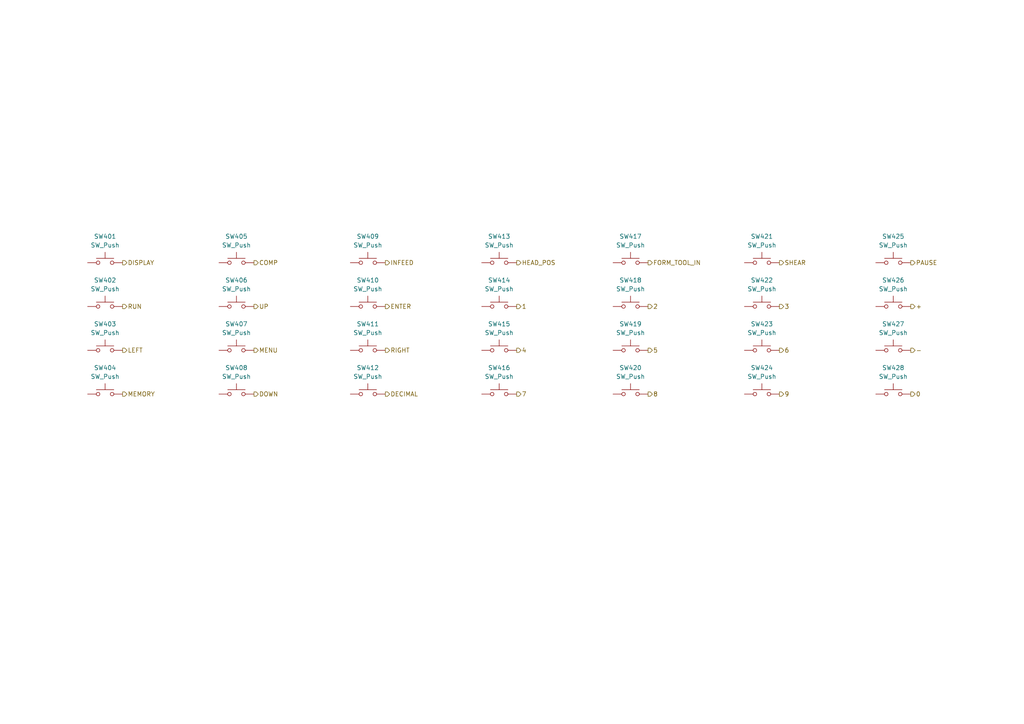
<source format=kicad_sch>
(kicad_sch (version 20231120) (generator "eeschema") (generator_version "8.0")
  (paper "A4")
  (title_block (title "MEP MAXI 85V-1 REV 2 Keypad") (date "2025-02-01") (rev "X1") (company "McMillan Enterprises") (comment 1 "Firmware: John Gilcreast (johngilcreast@gmail.com)") (comment 2 "Hardware: Connor McMillan (connor@mcmillan.website)"))
  (lib_symbols
    (symbol "Switch:SW_Push" (pin_numbers hide) (pin_names (offset 1.016) hide)
      (property "Reference" "SW" (at 1.27 2.54 0))
      (property "Value" "SW_Push" (at 0 -1.524 0))
      (symbol "SW_Push_0_1"
        (circle (center -2.032 0) (radius 0.508))
        (polyline (pts (xy 0 1.27) (xy 0 3.048)))
        (polyline (pts (xy 2.54 1.27) (xy -2.54 1.27)))
        (circle (center 2.032 0) (radius 0.508))
        (pin passive line (at -5.08 0 0) (length 2.54) (name "1") (number "1"))
        (pin passive line (at 5.08 0 180) (length 2.54) (name "2") (number "2"))
      )
    )
  )
  (polyline (pts (xy 270.0436 179.3539) (xy 269.2571 179.3539) (xy 269.1715 179.7819) (xy 269.8724 179.7819) (xy 269.8385 179.9512) (xy 269.1376 179.9512) (xy 269.048 180.4012) (xy 269.8624 180.4012) (xy 269.8286 180.5744) (xy 268.8151 180.5744) (xy 269.0938 179.1806) (xy 270.0775 179.1806) (xy 270.0436 179.3539)) (stroke (width -0.0001) (type solid)) (fill (type outline)))
  (polyline (pts (xy 257.2681 176.7024) (xy 259.597 173.7128) (xy 260.3155 173.7128) (xy 259.4174 178.2036) (xy 258.6283 178.2036) (xy 259.212 175.2589) (xy 257.2938 177.6904) (xy 256.9217 177.6904) (xy 255.8952 175.2012) (xy 255.2985 178.2036) (xy 254.503 178.2036) (xy 255.4012 173.7128) (xy 256.0813 173.7128) (xy 257.2681 176.7024)) (stroke (width -0.0001) (type solid)) (fill (type outline)))
  (polyline (pts (xy 251.2644 171.4491) (xy 246.4087 177.6365) (xy 245.9921 177.6365) (xy 244.8428 174.8492) (xy 244.1746 178.2114) (xy 243.2835 178.2114) (xy 244.2896 173.1824) (xy 245.0511 173.1824) (xy 246.2097 176.1015) (xy 246.38 176.53) (xy 248.9939 173.1824) (xy 249.8614 172.0713) (xy 251.208 171.0938) (xy 251.2644 171.4491)) (stroke (width -0.0001) (type solid)) (fill (type outline)))
  (polyline (pts (xy 252.4531 180.2538) (xy 252.6661 179.1806) (xy 252.8652 179.1806) (xy 252.5865 180.5744) (xy 252.4232 180.5744) (xy 251.7999 179.5012) (xy 251.5868 180.5744) (xy 251.3878 180.5744) (xy 251.6665 179.1806) (xy 251.8298 179.1806) (xy 252.4531 180.2538)) (stroke (width -0.0001) (type solid)) (fill (type outline)))
  (polyline (pts (xy 257.1872 179.3539) (xy 256.4007 179.3539) (xy 256.3151 179.7819) (xy 257.016 179.7819) (xy 256.9821 179.9512) (xy 256.2812 179.9512) (xy 256.1916 180.4012) (xy 257.006 180.4012) (xy 256.9722 180.5744) (xy 255.9587 180.5744) (xy 256.2374 179.1806) (xy 257.2211 179.1806) (xy 257.1872 179.3539)) (stroke (width -0.0001) (type solid)) (fill (type outline)))
  (polyline (pts (xy 267.4169 173.7128) (xy 268.2509 173.7128) (xy 267.4939 177.498) (xy 269.842 177.498) (xy 269.7008 178.2036) (xy 266.5187 178.2036) (xy 267.4169 173.7128) (xy 267.4169 173.7128)) (stroke (width -0.0001) (type solid)) (fill (type outline)))
  (polyline (pts (xy 246.38 176.53) (xy 248.9882 173.1824) (xy 248.9939 173.1824) (xy 246.38 176.53)) (stroke (width -0.0001) (type solid)) (fill (type outline)))
  (polyline (pts (xy 261.5278 173.7128) (xy 262.3618 173.7128) (xy 261.4636 178.2036) (xy 260.6295 178.2036) (xy 261.5278 173.7128) (xy 261.5278 173.7128)) (stroke (width -0.0001) (type solid)) (fill (type outline)))
  (polyline (pts (xy 248.787 178.2114) (xy 247.9034 178.2114) (xy 248.3899 175.7566) (xy 249.5817 174.238) (xy 248.787 178.2114)) (stroke (width -0.0001) (type solid)) (fill (type outline)))
  (polyline (pts (xy 265.3755 180.5744) (xy 265.1763 180.5744) (xy 265.4551 179.1806) (xy 265.6542 179.1806) (xy 265.3755 180.5744)) (stroke (width -0.0001) (type solid)) (fill (type outline)))
  (polyline (pts (xy 252.8431 173.6517) (xy 252.982 173.6609) (xy 253.117 173.6761) (xy 253.2478 173.6973) (xy 253.3742 173.7245) (xy 253.496 173.7576) (xy 253.6129 173.7964) (xy 253.7246 173.8411) (xy 253.8311 173.8914) (xy 253.932 173.9475) (xy 254.0271 174.0091) (xy 254.1161 174.0762) (xy 254.1989 174.1489) (xy 254.2751 174.227) (xy 254.3446 174.3104) (xy 254.4071 174.3992) (xy 253.8041 174.9061) (xy 253.7567 174.8441) (xy 253.706 174.7858) (xy 253.652 174.7312) (xy 253.6237 174.7054) (xy 253.5946 174.6804) (xy 253.5647 174.6564) (xy 253.5339 174.6334) (xy 253.5023 174.6113) (xy 253.4699 174.5902) (xy 253.4366 174.57) (xy 253.4025 174.5509) (xy 253.3675 174.5327) (xy 253.3317 174.5155) (xy 253.2575 174.4841) (xy 253.18 174.4568) (xy 253.099 174.4335) (xy 253.0146 174.4143) (xy 252.9268 174.3994) (xy 252.8356 174.3886) (xy 252.7409 174.3821) (xy 252.6428 174.38) (xy 252.5364 174.3825) (xy 252.4326 174.3899) (xy 252.3314 174.4022) (xy 252.2329 174.4192) (xy 252.1371 174.4408) (xy 252.0441 174.4668) (xy 251.9539 174.4972) (xy 251.8666 174.5317) (xy 251.7823 174.5704) (xy 251.7009 174.613) (xy 251.6226 174.6594) (xy 251.5474 174.7095) (xy 251.4754 174.7632) (xy 251.4066 174.8203) (xy 251.341 174.8808) (xy 251.2787 174.9445) (xy 251.2198 175.0113) (xy 251.1643 175.0811) (xy 251.1123 175.1536) (xy 251.0638 175.2289) (xy 251.0189 175.3068) (xy 250.9776 175.3871) (xy 250.94 175.4697) (xy 250.9061 175.5546) (xy 250.876 175.6416) (xy 250.8498 175.7305) (xy 250.8274 175.8212) (xy 250.809 175.9137) (xy 250.7946 176.0078) (xy 250.7842 176.1033) (xy 250.778 176.2001) (xy 250.7759 176.2982) (xy 250.7773 176.3672) (xy 250.7816 176.4348) (xy 250.7887 176.5007) (xy 250.7986 176.5651) (xy 250.8114 176.6278) (xy 250.8269 176.6888) (xy 250.8453 176.7481) (xy 250.8664 176.8057) (xy 250.8903 176.8614) (xy 250.917 176.9152) (xy 250.9464 176.9671) (xy 250.9785 177.0171) (xy 251.0134 177.065) (xy 251.051 177.1109) (xy 251.0913 177.1547) (xy 251.1343 177.1964) (xy 251.18 177.2359) (xy 251.2284 177.2732) (xy 251.2795 177.3082) (xy 251.3332 177.3409) (xy 251.3895 177.3712) (xy 251.4485 177.3992) (xy 251.5101 177.4247) (xy 251.5743 177.4477) (xy 251.6411 177.4681) (xy 251.7105 177.486) (xy 251.7825 177.5012) (xy 251.8571 177.5138) (xy 251.9342 177.5236) (xy 252.0139 177.5307) (xy 252.0962 177.535) (xy 252.1809 177.5365) (xy 252.274 177.5345) (xy 252.3655 177.5286) (xy 252.4554 177.5188) (xy 252.5437 177.5049) (xy 252.6303 177.487) (xy 252.7151 177.4651) (xy 252.7982 177.4391) (xy 252.8794 177.4089) (xy 252.9588 177.3747) (xy 253.0362 177.3363) (xy 253.1116 177.2937) (xy 253.185 177.2468) (xy 253.2564 177.1958) (xy 253.3256 177.1404) (xy 253.3927 177.0808) (xy 253.4576 177.0168) (xy 253.9451 177.5428) (xy 253.8609 177.6334) (xy 253.7718 177.7177) (xy 253.6782 177.7956) (xy 253.5801 177.8672) (xy 253.4777 177.9327) (xy 253.3711 177.9921) (xy 253.2607 178.0455) (xy 253.1464 178.093) (xy 253.0286 178.1346) (xy 252.9073 178.1704) (xy 252.7827 178.2005) (xy 252.655 178.2249) (xy 252.5244 178.2438) (xy 252.3911 178.2572) (xy 252.2551 178.2652) (xy 252.1167 178.2678) (xy 251.9902 178.2655) (xy 251.867 178.2588) (xy 251.7472 178.2475) (xy 251.6307 178.232) (xy 251.5176 178.2121) (xy 251.408 178.1881) (xy 251.3019 178.16) (xy 251.1994 178.1278) (xy 251.1005 178.0916) (xy 251.0053 178.0516) (xy 250.9138 178.0078) (xy 250.826 177.9603) (xy 250.7421 177.9091) (xy 250.662 177.8544) (xy 250.5859 177.7961) (xy 250.5136 177.7345) (xy 250.4454 177.6696) (xy 250.3813 177.6014) (xy 250.3212 177.53) (xy 250.2653 177.4555) (xy 250.2136 177.378) (xy 250.1661 177.2976) (xy 250.123 177.2144) (xy 250.0841 177.1283) (xy 250.0497 177.0396) (xy 250.0197 176.9482) (xy 249.9941 176.8543) (xy 249.9731 176.758) (xy 249.9567 176.6592) (xy 249.9449 176.5582) (xy 249.9378 176.4549) (xy 249.9355 176.3495) (xy 249.9387 176.208) (xy 249.9482 176.0686) (xy 249.964 175.9316) (xy 249.9859 175.7969) (xy 250.0138 175.6649) (xy 250.0477 175.5357) (xy 250.0874 175.4093) (xy 250.1329 175.2861) (xy 250.1841 175.166) (xy 250.2408 175.0494) (xy 250.303 174.9362) (xy 250.3705 174.8268) (xy 250.4434 174.7212) (xy 250.5214 174.6195) (xy 250.6044 174.5221) (xy 250.6925 174.4289) (xy 250.7854 174.3402) (xy 250.8832 174.2561) (xy 250.9856 174.1767) (xy 251.0926 174.1023) (xy 251.2042 174.0329) (xy 251.3201 173.9688) (xy 251.4404 173.91) (xy 251.5648 173.8568) (xy 251.6934 173.8093) (xy 251.826 173.7676) (xy 251.9625 173.7319) (xy 252.1028 173.7023) (xy 252.2469 173.679) (xy 252.3946 173.6622) (xy 252.5459 173.652) (xy 252.7006 173.6486) (xy 252.8431 173.6517)) (stroke (width -0.0001) (type solid)) (fill (type outline)))
  (polyline (pts (xy 250.3896 179.3539) (xy 249.603 179.3539) (xy 249.5174 179.7819) (xy 250.2183 179.7819) (xy 250.1845 179.9512) (xy 249.4836 179.9512) (xy 249.394 180.4012) (xy 250.2083 180.4012) (xy 250.1745 180.5744) (xy 249.161 180.5744) (xy 249.4398 179.1806) (xy 250.4234 179.1806) (xy 250.3896 179.3539)) (stroke (width -0.0001) (type solid)) (fill (type outline)))
  (polyline (pts (xy 274.6214 178.2036) (xy 273.7938 178.2036) (xy 273.5564 177.1643) (xy 271.2981 177.1643) (xy 270.6502 178.2036) (xy 269.7584 178.2036) (xy 270.8593 176.5099) (xy 271.7087 176.5099) (xy 273.4024 176.5099) (xy 272.9469 174.5339) (xy 271.7087 176.5099) (xy 270.8593 176.5099) (xy 272.6775 173.7128) (xy 273.5051 173.7128) (xy 274.6214 178.2036)) (stroke (width -0.0001) (type solid)) (fill (type outline)))
  (polyline (pts (xy 263.5742 173.7128) (xy 264.4081 173.7128) (xy 263.6511 177.498) (xy 265.9992 177.498) (xy 265.8581 178.2036) (xy 262.6759 178.2036) (xy 263.5742 173.7128) (xy 263.5742 173.7128)) (stroke (width -0.0001) (type solid)) (fill (type outline)))
  (polyline (pts (xy 263.6941 179.1824) (xy 263.7503 179.1876) (xy 263.8032 179.1961) (xy 263.8525 179.208) (xy 263.8759 179.2152) (xy 263.8984 179.2232) (xy 263.9199 179.2319) (xy 263.9406 179.2415) (xy 263.9603 179.2519) (xy 263.9791 179.263) (xy 263.9969 179.275) (xy 264.0138 179.2876) (xy 264.0298 179.3011) (xy 264.0448 179.3153) (xy 264.0588 179.3302) (xy 264.0718 179.3459) (xy 264.0838 179.3623) (xy 264.0949 179.3794) (xy 264.1049 179.3973) (xy 264.1139 179.4158) (xy 264.1219 179.4351) (xy 264.1288 179.455) (xy 264.1347 179.4756) (xy 264.1396 179.497) (xy 264.1434 179.5189) (xy 264.1461 179.5416) (xy 264.1477 179.5649) (xy 264.1483 179.5888) (xy 264.1464 179.6397) (xy 264.1442 179.6643) (xy 264.1411 179.6883) (xy 264.1371 179.7119) (xy 264.1322 179.7348) (xy 264.1265 179.7573) (xy 264.1199 179.7791) (xy 264.1125 179.8004) (xy 264.1042 179.8211) (xy 264.0951 179.8412) (xy 264.0852 179.8608) (xy 264.0745 179.8798) (xy 264.0631 179.8981) (xy 264.0508 179.9159) (xy 264.0377 179.933) (xy 264.0239 179.9496) (xy 264.0093 179.9655) (xy 263.994 179.9808) (xy 263.9779 179.9955) (xy 263.9611 180.0095) (xy 263.9435 180.0229) (xy 263.9253 180.0356) (xy 263.9063 180.0477) (xy 263.8663 180.07) (xy 263.8235 180.0895) (xy 263.7781 180.1063) (xy 263.7301 180.1204) (xy 263.9849 180.5744) (xy 263.7739 180.5744) (xy 263.531 180.1483) (xy 263.1208 180.1483) (xy 263.0372 180.5744) (xy 262.8361 180.5744) (xy 262.9552 179.979) (xy 263.1547 179.979) (xy 263.4991 179.979) (xy 263.5511 179.9775) (xy 263.6002 179.9731) (xy 263.6464 179.9657) (xy 263.6896 179.9553) (xy 263.71 179.949) (xy 263.7297 179.942) (xy 263.7485 179.9343) (xy 263.7666 179.9258) (xy 263.7839 179.9166) (xy 263.8004 179.9067) (xy 263.8161 179.8961) (xy 263.8309 179.8847) (xy 263.8449 179.8726) (xy 263.8581 179.8599) (xy 263.8704 179.8464) (xy 263.8818 179.8321) (xy 263.8924 179.8172) (xy 263.9021 179.8016) (xy 263.9109 179.7853) (xy 263.9188 179.7682) (xy 263.9259 179.7505) (xy 263.932 179.732) (xy 263.9372 179.7129) (xy 263.9415 179.693) (xy 263.9448 179.6725) (xy 263.9472 179.6513) (xy 263.9486 179.6293) (xy 263.9491 179.6067) (xy 263.9488 179.5913) (xy 263.9477 179.5763) (xy 263.946 179.5618) (xy 263.9436 179.5478) (xy 263.9405 179.5343) (xy 263.9367 179.5213) (xy 263.9322 179.5087) (xy 263.9271 179.4967) (xy 263.9213 179.4851) (xy 263.9149 179.474) (xy 263.9078 179.4633) (xy 263.9001 179.4532) (xy 263.8917 179.4436) (xy 263.8827 179.4344) (xy 263.873 179.4258) (xy 263.8628 179.4176) (xy 263.8519 179.4099) (xy 263.8403 179.4027) (xy 263.8282 179.396) (xy 263.8154 179.3898) (xy 263.8021 179.3841) (xy 263.7881 179.3788) (xy 263.7736 179.3741) (xy 263.7584 179.3699) (xy 263.7427 179.3661) (xy 263.7264 179.3629) (xy 263.7095 179.3601) (xy 263.692 179.3579) (xy 263.674 179.3561) (xy 263.6554 179.3549) (xy 263.6363 179.3541) (xy 263.6166 179.3539) (xy 263.2801 179.3539) (xy 263.1547 179.979) (xy 262.9552 179.979) (xy 263.1148 179.1806) (xy 263.6345 179.1806) (xy 263.6941 179.1824)) (stroke (width -0.0001) (type solid)) (fill (type outline)))
  (polyline (pts (xy 261.3814 179.1824) (xy 261.4373 179.1876) (xy 261.4899 179.1961) (xy 261.539 179.208) (xy 261.5623 179.2152) (xy 261.5846 179.2232) (xy 261.6061 179.2319) (xy 261.6267 179.2415) (xy 261.6463 179.2519) (xy 261.665 179.263) (xy 261.6828 179.275) (xy 261.6997 179.2876) (xy 261.7156 179.3011) (xy 261.7305 179.3153) (xy 261.7445 179.3302) (xy 261.7575 179.3459) (xy 261.7695 179.3623) (xy 261.7805 179.3794) (xy 261.7905 179.3973) (xy 261.7995 179.4158) (xy 261.8075 179.4351) (xy 261.8144 179.455) (xy 261.8203 179.4756) (xy 261.8251 179.497) (xy 261.8289 179.5189) (xy 261.8316 179.5416) (xy 261.8333 179.5649) (xy 261.8338 179.5888) (xy 261.8331 179.6218) (xy 261.8309 179.6539) (xy 261.8273 179.6851) (xy 261.8223 179.7154) (xy 261.8158 179.7447) (xy 261.808 179.7732) (xy 261.7989 179.8007) (xy 261.7883 179.8272) (xy 261.7765 179.8528) (xy 261.7634 179.8774) (xy 261.7489 179.9011) (xy 261.7332 179.9237) (xy 261.7163 179.9454) (xy 261.6981 179.966) (xy 261.6787 179.9856) (xy 261.6581 180.0042) (xy 261.6364 180.0217) (xy 261.6134 180.0382) (xy 261.5893 180.0536) (xy 261.5642 180.068) (xy 261.5378 180.0812) (xy 261.5105 180.0934) (xy 261.482 180.1044) (xy 261.4525 180.1144) (xy 261.4219 180.1232) (xy 261.3904 180.1308) (xy 261.3578 180.1373) (xy 261.3243 180.1427) (xy 261.2898 180.1469) (xy 261.2544 180.1499) (xy 261.218 180.1517) (xy 261.1808 180.1523) (xy 260.8084 180.1523) (xy 260.7247 180.5744) (xy 260.5257 180.5744) (xy 260.6448 179.979) (xy 260.8443 179.979) (xy 261.1847 179.979) (xy 261.2367 179.9775) (xy 261.2858 179.9731) (xy 261.332 179.9657) (xy 261.3752 179.9553) (xy 261.3956 179.949) (xy 261.4153 179.942) (xy 261.4342 179.9343) (xy 261.4523 179.9258) (xy 261.4696 179.9166) (xy 261.486 179.9067) (xy 261.5017 179.8961) (xy 261.5165 179.8847) (xy 261.5305 179.8726) (xy 261.5437 179.8599) (xy 261.556 179.8464) (xy 261.5675 179.8321) (xy 261.578 179.8172) (xy 261.5877 179.8016) (xy 261.5966 179.7853) (xy 261.6045 179.7682) (xy 261.6115 179.7505) (xy 261.6176 179.732) (xy 261.6228 179.7129) (xy 261.6271 179.693) (xy 261.6304 179.6725) (xy 261.6328 179.6513) (xy 261.6343 179.6293) (xy 261.6348 179.6067) (xy 261.6344 179.5913) (xy 261.6334 179.5763) (xy 261.6316 179.5618) (xy 261.6292 179.5478) (xy 261.6261 179.5343) (xy 261.6223 179.5213) (xy 261.6179 179.5087) (xy 261.6128 179.4967) (xy 261.607 179.4851) (xy 261.6006 179.474) (xy 261.5935 179.4633) (xy 261.5858 179.4532) (xy 261.5775 179.4436) (xy 261.5685 179.4344) (xy 261.5589 179.4258) (xy 261.5486 179.4176) (xy 261.5378 179.4099) (xy 261.5263 179.4027) (xy 261.5142 179.396) (xy 261.5015 179.3898) (xy 261.4883 179.3841) (xy 261.4744 179.3788) (xy 261.4599 179.3741) (xy 261.4449 179.3699) (xy 261.4293 179.3661) (xy 261.4131 179.3629) (xy 261.3963 179.3601) (xy 261.379 179.3579) (xy 261.3611 179.3561) (xy 261.3427 179.3549) (xy 261.3238 179.3541) (xy 261.3042 179.3539) (xy 260.9697 179.3539) (xy 260.8443 179.979) (xy 260.6448 179.979) (xy 260.8044 179.1806) (xy 261.3221 179.1806) (xy 261.3814 179.1824)) (stroke (width -0.0001) (type solid)) (fill (type outline)))
  (polyline (pts (xy 259.0434 179.1824) (xy 259.0997 179.1876) (xy 259.1525 179.1961) (xy 259.2019 179.208) (xy 259.2252 179.2152) (xy 259.2477 179.2232) (xy 259.2693 179.2319) (xy 259.2899 179.2415) (xy 259.3096 179.2519) (xy 259.3284 179.263) (xy 259.3463 179.275) (xy 259.3632 179.2876) (xy 259.3791 179.3011) (xy 259.3941 179.3153) (xy 259.4081 179.3302) (xy 259.4212 179.3459) (xy 259.4332 179.3623) (xy 259.4442 179.3794) (xy 259.4542 179.3973) (xy 259.4633 179.4158) (xy 259.4712 179.4351) (xy 259.4782 179.455) (xy 259.4841 179.4756) (xy 259.4889 179.497) (xy 259.4927 179.5189) (xy 259.4954 179.5416) (xy 259.4971 179.5649) (xy 259.4976 179.5888) (xy 259.4958 179.6397) (xy 259.4935 179.6643) (xy 259.4904 179.6883) (xy 259.4864 179.7119) (xy 259.4815 179.7348) (xy 259.4758 179.7573) (xy 259.4692 179.7791) (xy 259.4618 179.8004) (xy 259.4536 179.8211) (xy 259.4445 179.8412) (xy 259.4346 179.8608) (xy 259.4239 179.8798) (xy 259.4124 179.8981) (xy 259.4001 179.9159) (xy 259.3871 179.933) (xy 259.3733 179.9496) (xy 259.3587 179.9655) (xy 259.3433 179.9808) (xy 259.3272 179.9955) (xy 259.3104 180.0095) (xy 259.2929 180.0229) (xy 259.2746 180.0356) (xy 259.2556 180.0477) (xy 259.2156 180.07) (xy 259.1729 180.0895) (xy 259.1274 180.1063) (xy 259.0794 180.1204) (xy 259.3343 180.5744) (xy 259.1233 180.5744) (xy 258.8804 180.1483) (xy 258.4701 180.1483) (xy 258.3865 180.5744) (xy 258.1854 180.5744) (xy 258.3045 179.979) (xy 258.504 179.979) (xy 258.8485 179.979) (xy 258.9005 179.9775) (xy 258.9496 179.9731) (xy 258.9957 179.9657) (xy 259.0389 179.9553) (xy 259.0594 179.949) (xy 259.079 179.942) (xy 259.0979 179.9343) (xy 259.116 179.9258) (xy 259.1333 179.9166) (xy 259.1498 179.9067) (xy 259.1654 179.8961) (xy 259.1803 179.8847) (xy 259.1943 179.8726) (xy 259.2074 179.8599) (xy 259.2197 179.8464) (xy 259.2312 179.8321) (xy 259.2417 179.8172) (xy 259.2515 179.8016) (xy 259.2603 179.7853) (xy 259.2682 179.7682) (xy 259.2752 179.7505) (xy 259.2813 179.732) (xy 259.2865 179.7129) (xy 259.2908 179.693) (xy 259.2942 179.6725) (xy 259.2965 179.6513) (xy 259.298 179.6293) (xy 259.2985 179.6067) (xy 259.2981 179.5913) (xy 259.2971 179.5763) (xy 259.2953 179.5618) (xy 259.2929 179.5478) (xy 259.2898 179.5343) (xy 259.286 179.5213) (xy 259.2816 179.5087) (xy 259.2765 179.4967) (xy 259.2707 179.4851) (xy 259.2643 179.474) (xy 259.2572 179.4633) (xy 259.2494 179.4532) (xy 259.2411 179.4436) (xy 259.232 179.4344) (xy 259.2224 179.4258) (xy 259.2121 179.4176) (xy 259.2012 179.4099) (xy 259.1897 179.4027) (xy 259.1775 179.396) (xy 259.1648 179.3898) (xy 259.1514 179.3841) (xy 259.1375 179.3788) (xy 259.1229 179.3741) (xy 259.1078 179.3699) (xy 259.0921 179.3661) (xy 259.0757 179.3629) (xy 259.0589 179.3601) (xy 259.0414 179.3579) (xy 259.0234 179.3561) (xy 259.0048 179.3549) (xy 258.9856 179.3541) (xy 258.9659 179.3539) (xy 258.6294 179.3539) (xy 258.504 179.979) (xy 258.3045 179.979) (xy 258.4642 179.1806) (xy 258.9838 179.1806) (xy 259.0434 179.1824)) (stroke (width -0.0001) (type solid)) (fill (type outline)))
  (polyline (pts (xy 267.407 179.1652) (xy 267.4387 179.1666) (xy 267.4702 179.169) (xy 267.5012 179.1724) (xy 267.5319 179.1767) (xy 267.562 179.1819) (xy 267.5916 179.188) (xy 267.6206 179.1951) (xy 267.6489 179.203) (xy 267.6765 179.2118) (xy 267.7032 179.2214) (xy 267.7291 179.2319) (xy 267.7541 179.2432) (xy 267.7781 179.2554) (xy 267.8011 179.2684) (xy 267.8229 179.2822) (xy 267.7433 179.4454) (xy 267.7235 179.432) (xy 267.7031 179.4195) (xy 267.682 179.4078) (xy 267.6604 179.3969) (xy 267.6381 179.3869) (xy 267.6154 179.3778) (xy 267.5921 179.3695) (xy 267.5683 179.3621) (xy 267.5441 179.3555) (xy 267.5195 179.3498) (xy 267.4945 179.345) (xy 267.4692 179.341) (xy 267.4435 179.3379) (xy 267.4176 179.3357) (xy 267.3914 179.3344) (xy 267.365 179.334) (xy 267.323 179.3351) (xy 267.2831 179.3384) (xy 267.2454 179.3439) (xy 267.2099 179.3515) (xy 267.1767 179.3611) (xy 267.1459 179.3726) (xy 267.1176 179.386) (xy 267.0919 179.4011) (xy 267.0689 179.418) (xy 267.0585 179.4271) (xy 267.0487 179.4366) (xy 267.0397 179.4465) (xy 267.0313 179.4567) (xy 267.0238 179.4674) (xy 267.0169 179.4784) (xy 267.0109 179.4898) (xy 267.0056 179.5015) (xy 267.001 179.5136) (xy 266.9973 179.526) (xy 266.9944 179.5387) (xy 266.9923 179.5518) (xy 266.9911 179.5652) (xy 266.9906 179.5788) (xy 266.9927 179.605) (xy 266.9987 179.6289) (xy 267.0083 179.6506) (xy 267.0214 179.6703) (xy 267.0375 179.6882) (xy 267.0566 179.7045) (xy 267.0783 179.7193) (xy 267.1023 179.7329) (xy 267.1285 179.7454) (xy 267.1564 179.757) (xy 267.2168 179.7783) (xy 267.3481 179.8183) (xy 267.4147 179.8398) (xy 267.4793 179.8644) (xy 267.5101 179.8782) (xy 267.5397 179.8934) (xy 267.5676 179.91) (xy 267.5938 179.9283) (xy 267.6178 179.9484) (xy 267.6395 179.9706) (xy 267.6586 179.995) (xy 267.6748 180.0217) (xy 267.6878 180.0511) (xy 267.6974 180.0831) (xy 267.7034 180.1182) (xy 267.7055 180.1563) (xy 267.7048 180.1814) (xy 267.7027 180.2058) (xy 267.6992 180.2296) (xy 267.6944 180.2527) (xy 267.6882 180.2751) (xy 267.6808 180.2969) (xy 267.6721 180.318) (xy 267.6621 180.3384) (xy 267.6509 180.358) (xy 267.6386 180.377) (xy 267.625 180.3952) (xy 267.6103 180.4126) (xy 267.5945 180.4294) (xy 267.5777 180.4453) (xy 267.5597 180.4605) (xy 267.5407 180.4749) (xy 267.5207 180.4885) (xy 267.4997 180.5013) (xy 267.4777 180.5133) (xy 267.4548 180.5244) (xy 267.431 180.5348) (xy 267.4063 180.5443) (xy 267.3807 180.5529) (xy 267.3543 180.5606) (xy 267.3271 180.5675) (xy 267.2991 180.5735) (xy 267.2704 180.5786) (xy 267.2409 180.5828) (xy 267.2107 180.5861) (xy 267.1798 180.5885) (xy 267.1482 180.5899) (xy 267.1161 180.5904) (xy 267.0762 180.5895) (xy 267.0366 180.587) (xy 266.9975 180.583) (xy 266.959 180.5774) (xy 266.9211 180.5704) (xy 266.8842 180.562) (xy 266.8482 180.5524) (xy 266.8134 180.5416) (xy 266.7799 180.5297) (xy 266.7479 180.5167) (xy 266.7175 180.5027) (xy 266.6888 180.4879) (xy 266.662 180.4722) (xy 266.6372 180.4558) (xy 266.6146 180.4388) (xy 266.5944 180.4211) (xy 266.682 180.2618) (xy 266.7025 180.2797) (xy 266.7246 180.2967) (xy 266.7481 180.3127) (xy 266.7728 180.3279) (xy 266.7987 180.342) (xy 266.8257 180.3551) (xy 266.8537 180.3671) (xy 266.8826 180.3781) (xy 266.9123 180.3878) (xy 266.9427 180.3964) (xy 266.9737 180.4038) (xy 267.0051 180.4099) (xy 267.037 180.4148) (xy 267.0692 180.4183) (xy 267.1015 180.4204) (xy 267.134 180.4211) (xy 267.1753 180.4201) (xy 267.2147 180.4171) (xy 267.2523 180.4122) (xy 267.2877 180.4054) (xy 267.321 180.3966) (xy 267.3519 180.386) (xy 267.3805 180.3736) (xy 267.4065 180.3594) (xy 267.4299 180.3434) (xy 267.4406 180.3347) (xy 267.4506 180.3256) (xy 267.4598 180.3161) (xy 267.4683 180.3062) (xy 267.4761 180.2958) (xy 267.4831 180.285) (xy 267.4894 180.2738) (xy 267.4948 180.2622) (xy 267.4995 180.2502) (xy 267.5034 180.2378) (xy 267.5064 180.225) (xy 267.5085 180.2117) (xy 267.5099 180.1981) (xy 267.5103 180.1841) (xy 267.5082 180.1581) (xy 267.5023 180.1345) (xy 267.4926 180.1131) (xy 267.4796 180.0937) (xy 267.4634 180.0762) (xy 267.4443 180.0602) (xy 267.4227 180.0457) (xy 267.3986 180.0324) (xy 267.3725 180.0203) (xy 267.3445 180.0089) (xy 267.2841 179.9881) (xy 267.1529 179.9487) (xy 267.0863 179.927) (xy 267.0217 179.902) (xy 266.9908 179.8877) (xy 266.9613 179.8721) (xy 266.9333 179.8548) (xy 266.9072 179.8358) (xy 266.8832 179.8148) (xy 266.8615 179.7917) (xy 266.8424 179.7662) (xy 266.8262 179.7381) (xy 266.8132 179.7073) (xy 266.8036 179.6736) (xy 266.7976 179.6368) (xy 266.7955 179.5967) (xy 266.7962 179.572) (xy 266.7983 179.5479) (xy 266.8017 179.5244) (xy 266.8065 179.5016) (xy 266.8125 179.4793) (xy 266.8198 179.4578) (xy 266.8284 179.4369) (xy 266.8382 179.4167) (xy 266.8492 179.3971) (xy 266.8613 179.3783) (xy 266.8746 179.3602) (xy 266.8891 179.3428) (xy 266.9046 179.3261) (xy 266.9212 179.3102) (xy 266.9389 179.295) (xy 266.9575 179.2806) (xy 266.9772 179.267) (xy 266.9979 179.2542) (xy 267.0195 179.2422) (xy 267.042 179.231) (xy 267.0654 179.2207) (xy 267.0897 179.2111) (xy 267.1148 179.2025) (xy 267.1408 179.1947) (xy 267.1675 179.1877) (xy 267.195 179.1817) (xy 267.2233 179.1765) (xy 267.2523 179.1723) (xy 267.282 179.169) (xy 267.3123 179.1666) (xy 267.3433 179.1651) (xy 267.375 179.1647) (xy 267.407 179.1652)) (stroke (width -0.0001) (type solid)) (fill (type outline)))
  (polyline (pts (xy 255.092 179.3539) (xy 254.6161 179.3539) (xy 254.3712 180.5744) (xy 254.1741 180.5744) (xy 254.417 179.3539) (xy 253.9411 179.3539) (xy 253.975 179.1806) (xy 255.1279 179.1806) (xy 255.092 179.3539)) (stroke (width -0.0001) (type solid)) (fill (type outline)))
  (polyline (pts (xy 252.201 168.6966) (xy 254.0537 167.3518) (xy 252.7088 169.2045) (xy 254.9699 169.5636) (xy 252.7088 169.9227) (xy 254.0537 171.7755) (xy 252.201 170.4306) (xy 251.8419 172.6916) (xy 251.4828 170.4306) (xy 249.63 171.7755) (xy 250.9749 169.9227) (xy 248.7139 169.5636) (xy 250.9749 169.2045) (xy 249.63 167.3518) (xy 251.4828 168.6966) (xy 251.8419 166.4356) (xy 252.201 168.6966)) (stroke (width -0.0001) (type solid)) (fill (type outline)))
  (polyline (pts (xy 246.38 176.53) (xy 248.9882 173.1824) (xy 248.9939 173.1824) (xy 246.38 176.53)) (stroke (width -0.0001) (type solid)) (fill (type outline)))
  (polyline (pts (xy 271.7628 179.1652) (xy 271.7946 179.1666) (xy 271.826 179.169) (xy 271.8571 179.1724) (xy 271.8877 179.1767) (xy 271.9179 179.1819) (xy 271.9475 179.188) (xy 271.9764 179.1951) (xy 272.0047 179.203) (xy 272.0323 179.2118) (xy 272.0591 179.2214) (xy 272.085 179.2319) (xy 272.11 179.2432) (xy 272.134 179.2554) (xy 272.1569 179.2684) (xy 272.1788 179.2822) (xy 272.0992 179.4454) (xy 272.0794 179.432) (xy 272.059 179.4195) (xy 272.0379 179.4078) (xy 272.0162 179.3969) (xy 271.994 179.3869) (xy 271.9712 179.3778) (xy 271.9479 179.3695) (xy 271.9242 179.3621) (xy 271.9 179.3555) (xy 271.8754 179.3498) (xy 271.8504 179.345) (xy 271.825 179.341) (xy 271.7994 179.3379) (xy 271.7734 179.3357) (xy 271.7472 179.3344) (xy 271.7208 179.334) (xy 271.6789 179.3351) (xy 271.639 179.3384) (xy 271.6012 179.3439) (xy 271.5657 179.3515) (xy 271.5325 179.3611) (xy 271.5018 179.3726) (xy 271.4735 179.386) (xy 271.4478 179.4011) (xy 271.4248 179.418) (xy 271.4143 179.4271) (xy 271.4046 179.4366) (xy 271.3955 179.4465) (xy 271.3872 179.4567) (xy 271.3796 179.4674) (xy 271.3728 179.4784) (xy 271.3667 179.4898) (xy 271.3614 179.5015) (xy 271.3569 179.5136) (xy 271.3532 179.526) (xy 271.3503 179.5387) (xy 271.3482 179.5518) (xy 271.3469 179.5652) (xy 271.3465 179.5788) (xy 271.3485 179.605) (xy 271.3545 179.6289) (xy 271.3642 179.6506) (xy 271.3772 179.6703) (xy 271.3934 179.6882) (xy 271.4125 179.7045) (xy 271.4341 179.7193) (xy 271.4582 179.7329) (xy 271.4843 179.7454) (xy 271.5123 179.757) (xy 271.5727 179.7783) (xy 271.7039 179.8183) (xy 271.7706 179.8398) (xy 271.8352 179.8644) (xy 271.866 179.8782) (xy 271.8955 179.8934) (xy 271.9235 179.91) (xy 271.9496 179.9283) (xy 271.9737 179.9484) (xy 271.9954 179.9706) (xy 272.0144 179.995) (xy 272.0306 180.0217) (xy 272.0437 180.0511) (xy 272.0533 180.0831) (xy 272.0593 180.1182) (xy 272.0613 180.1563) (xy 272.0606 180.1814) (xy 272.0585 180.2058) (xy 272.055 180.2296) (xy 272.0502 180.2527) (xy 272.0441 180.2751) (xy 272.0366 180.2969) (xy 272.0279 180.318) (xy 272.018 180.3384) (xy 272.0068 180.358) (xy 271.9944 180.377) (xy 271.9809 180.3952) (xy 271.9662 180.4126) (xy 271.9504 180.4294) (xy 271.9335 180.4453) (xy 271.9156 180.4605) (xy 271.8966 180.4749) (xy 271.8765 180.4885) (xy 271.8555 180.5013) (xy 271.8336 180.5133) (xy 271.8107 180.5244) (xy 271.7869 180.5348) (xy 271.7622 180.5443) (xy 271.7366 180.5529) (xy 271.7102 180.5606) (xy 271.683 180.5675) (xy 271.655 180.5735) (xy 271.6262 180.5786) (xy 271.5967 180.5828) (xy 271.5665 180.5861) (xy 271.5356 180.5885) (xy 271.5041 180.5899) (xy 271.4719 180.5904) (xy 271.4321 180.5895) (xy 271.3925 180.587) (xy 271.3534 180.583) (xy 271.3148 180.5774) (xy 271.277 180.5704) (xy 271.24 180.562) (xy 271.2041 180.5524) (xy 271.1693 180.5416) (xy 271.1358 180.5297) (xy 271.1038 180.5167) (xy 271.0733 180.5027) (xy 271.0446 180.4879) (xy 271.0178 180.4722) (xy 270.9931 180.4558) (xy 270.9705 180.4388) (xy 270.9502 180.4211) (xy 271.0378 180.2618) (xy 271.0584 180.2797) (xy 271.0805 180.2967) (xy 271.1039 180.3127) (xy 271.1286 180.3279) (xy 271.1546 180.342) (xy 271.1816 180.3551) (xy 271.2096 180.3671) (xy 271.2385 180.3781) (xy 271.2682 180.3878) (xy 271.2985 180.3964) (xy 271.3295 180.4038) (xy 271.361 180.4099) (xy 271.3929 180.4148) (xy 271.425 180.4183) (xy 271.4574 180.4204) (xy 271.4898 180.4211) (xy 271.5311 180.4201) (xy 271.5706 180.4171) (xy 271.6081 180.4122) (xy 271.6436 180.4054) (xy 271.6768 180.3966) (xy 271.7078 180.386) (xy 271.7363 180.3736) (xy 271.7624 180.3594) (xy 271.7858 180.3434) (xy 271.7964 180.3347) (xy 271.8064 180.3256) (xy 271.8157 180.3161) (xy 271.8242 180.3062) (xy 271.832 180.2958) (xy 271.839 180.285) (xy 271.8452 180.2738) (xy 271.8507 180.2622) (xy 271.8554 180.2502) (xy 271.8592 180.2378) (xy 271.8622 180.225) (xy 271.8644 180.2117) (xy 271.8657 180.1981) (xy 271.8662 180.1841) (xy 271.8641 180.1581) (xy 271.8581 180.1345) (xy 271.8485 180.1131) (xy 271.8354 180.0937) (xy 271.8193 180.0762) (xy 271.8002 180.0602) (xy 271.7785 180.0457) (xy 271.7545 180.0324) (xy 271.7283 180.0203) (xy 271.7004 180.0089) (xy 271.64 179.9881) (xy 271.5088 179.9487) (xy 271.4421 179.927) (xy 271.3775 179.902) (xy 271.3467 179.8877) (xy 271.3172 179.8721) (xy 271.2892 179.8548) (xy 271.2631 179.8358) (xy 271.239 179.8148) (xy 271.2174 179.7917) (xy 271.1983 179.7662) (xy 271.1821 179.7381) (xy 271.1691 179.7073) (xy 271.1594 179.6736) (xy 271.1534 179.6368) (xy 271.1514 179.5967) (xy 271.1521 179.572) (xy 271.1542 179.5479) (xy 271.1576 179.5244) (xy 271.1623 179.5016) (xy 271.1684 179.4793) (xy 271.1757 179.4578) (xy 271.1842 179.4369) (xy 271.194 179.4167) (xy 271.205 179.3971) (xy 271.2172 179.3783) (xy 271.2305 179.3602) (xy 271.2449 179.3428) (xy 271.2605 179.3261) (xy 271.2771 179.3102) (xy 271.2947 179.295) (xy 271.3134 179.2806) (xy 271.3331 179.267) (xy 271.3537 179.2542) (xy 271.3753 179.2422) (xy 271.3978 179.231) (xy 271.4212 179.2207) (xy 271.4455 179.2111) (xy 271.4707 179.2025) (xy 271.4966 179.1947) (xy 271.5234 179.1877) (xy 271.5509 179.1817) (xy 271.5792 179.1765) (xy 271.6081 179.1723) (xy 271.6378 179.169) (xy 271.6682 179.1666) (xy 271.6992 179.1651) (xy 271.7308 179.1647) (xy 271.7628 179.1652)) (stroke (width -0.0001) (type solid)) (fill (type outline)))
  (polyline (pts (xy 278.6308 176.8564) (xy 279.2531 173.7128) (xy 280.0807 173.7128) (xy 279.1826 178.2036) (xy 278.4961 178.2036) (xy 276.6548 175.06) (xy 276.0261 178.2036) (xy 275.1985 178.2036) (xy 276.0967 173.7128) (xy 276.7831 173.7128) (xy 278.6308 176.8564)) (stroke (width -0.0001) (type solid)) (fill (type outline)))
  (hierarchical_label "LEFT" (shape output) (at 35.56 101.6 0))
  (hierarchical_label "RUN" (shape output) (at 35.56 88.9 0))
  (hierarchical_label "SHEAR" (shape output) (at 226.06 76.2 0))
  (hierarchical_label "DOWN" (shape output) (at 73.66 114.3 0))
  (hierarchical_label "HEAD_POS" (shape output) (at 149.86 76.2 0))
  (hierarchical_label "9" (shape output) (at 226.06 114.3 0))
  (hierarchical_label "+" (shape output) (at 264.16 88.9 0))
  (hierarchical_label "INFEED" (shape output) (at 111.76 76.2 0))
  (hierarchical_label "5" (shape output) (at 187.96 101.6 0))
  (hierarchical_label "7" (shape output) (at 149.86 114.3 0))
  (hierarchical_label "ENTER" (shape output) (at 111.76 88.9 0))
  (hierarchical_label "DISPLAY" (shape output) (at 35.56 76.2 0))
  (hierarchical_label "FORM_TOOL_IN" (shape output) (at 187.96 76.2 0))
  (hierarchical_label "RIGHT" (shape output) (at 111.76 101.6 0))
  (hierarchical_label "4" (shape output) (at 149.86 101.6 0))
  (hierarchical_label "8" (shape output) (at 187.96 114.3 0))
  (hierarchical_label "DECIMAL" (shape output) (at 111.76 114.3 0))
  (hierarchical_label "1" (shape output) (at 149.86 88.9 0))
  (hierarchical_label "6" (shape output) (at 226.06 101.6 0))
  (hierarchical_label "3" (shape output) (at 226.06 88.9 0))
  (hierarchical_label "PAUSE" (shape output) (at 264.16 76.2 0))
  (hierarchical_label "2" (shape output) (at 187.96 88.9 0))
  (hierarchical_label "COMP" (shape output) (at 73.66 76.2 0))
  (hierarchical_label "0" (shape output) (at 264.16 114.3 0))
  (hierarchical_label "UP" (shape output) (at 73.66 88.9 0))
  (hierarchical_label "MENU" (shape output) (at 73.66 101.6 0))
  (hierarchical_label "MEMORY" (shape output) (at 35.56 114.3 0))
  (hierarchical_label "-" (shape output) (at 264.16 101.6 0))
  (symbol (lib_id "Switch:SW_Push") (at 259.08 101.6 0) (unit 1)
    (property "Reference" "SW427" (at 259.08 93.98 0))
    (property "Value" "SW_Push" (at 259.08 96.52 0))
    (property "Description" "Push button switch, generic, two pins" (effects (hide yes)))
  )
  (symbol (lib_id "Switch:SW_Push") (at 106.68 101.6 0) (unit 1)
    (property "Reference" "SW411" (at 106.68 93.98 0))
    (property "Value" "SW_Push" (at 106.68 96.52 0))
    (property "Description" "Push button switch, generic, two pins" (effects (hide yes)))
  )
  (symbol (lib_id "Switch:SW_Push") (at 182.88 114.3 0) (unit 1)
    (property "Reference" "SW420" (at 182.88 106.68 0))
    (property "Value" "SW_Push" (at 182.88 109.22 0))
    (property "Description" "Push button switch, generic, two pins" (effects (hide yes)))
  )
  (symbol (lib_id "Switch:SW_Push") (at 144.78 88.9 0) (unit 1)
    (property "Reference" "SW414" (at 144.78 81.28 0))
    (property "Value" "SW_Push" (at 144.78 83.82 0))
    (property "Description" "Push button switch, generic, two pins" (effects (hide yes)))
  )
  (symbol (lib_id "Switch:SW_Push") (at 30.48 88.9 0) (unit 1)
    (property "Reference" "SW402" (at 30.48 81.28 0))
    (property "Value" "SW_Push" (at 30.48 83.82 0))
    (property "Description" "Push button switch, generic, two pins" (effects (hide yes)))
  )
  (symbol (lib_id "Switch:SW_Push") (at 220.98 101.6 0) (unit 1)
    (property "Reference" "SW423" (at 220.98 93.98 0))
    (property "Value" "SW_Push" (at 220.98 96.52 0))
    (property "Description" "Push button switch, generic, two pins" (effects (hide yes)))
  )
  (symbol (lib_id "Switch:SW_Push") (at 68.58 88.9 0) (unit 1)
    (property "Reference" "SW406" (at 68.58 81.28 0))
    (property "Value" "SW_Push" (at 68.58 83.82 0))
    (property "Description" "Push button switch, generic, two pins" (effects (hide yes)))
  )
  (symbol (lib_id "Switch:SW_Push") (at 259.08 114.3 0) (unit 1)
    (property "Reference" "SW428" (at 259.08 106.68 0))
    (property "Value" "SW_Push" (at 259.08 109.22 0))
    (property "Description" "Push button switch, generic, two pins" (effects (hide yes)))
  )
  (symbol (lib_id "Switch:SW_Push") (at 182.88 76.2 0) (unit 1)
    (property "Reference" "SW417" (at 182.88 68.58 0))
    (property "Value" "SW_Push" (at 182.88 71.12 0))
    (property "Description" "Push button switch, generic, two pins" (effects (hide yes)))
  )
  (symbol (lib_id "Switch:SW_Push") (at 220.98 88.9 0) (unit 1)
    (property "Reference" "SW422" (at 220.98 81.28 0))
    (property "Value" "SW_Push" (at 220.98 83.82 0))
    (property "Description" "Push button switch, generic, two pins" (effects (hide yes)))
  )
  (symbol (lib_id "Switch:SW_Push") (at 259.08 76.2 0) (unit 1)
    (property "Reference" "SW425" (at 259.08 68.58 0))
    (property "Value" "SW_Push" (at 259.08 71.12 0))
    (property "Description" "Push button switch, generic, two pins" (effects (hide yes)))
  )
  (symbol (lib_id "Switch:SW_Push") (at 106.68 88.9 0) (unit 1)
    (property "Reference" "SW410" (at 106.68 81.28 0))
    (property "Value" "SW_Push" (at 106.68 83.82 0))
    (property "Description" "Push button switch, generic, two pins" (effects (hide yes)))
  )
  (symbol (lib_id "Switch:SW_Push") (at 259.08 88.9 0) (unit 1)
    (property "Reference" "SW426" (at 259.08 81.28 0))
    (property "Value" "SW_Push" (at 259.08 83.82 0))
    (property "Description" "Push button switch, generic, two pins" (effects (hide yes)))
  )
  (symbol (lib_id "Switch:SW_Push") (at 182.88 88.9 0) (unit 1)
    (property "Reference" "SW418" (at 182.88 81.28 0))
    (property "Value" "SW_Push" (at 182.88 83.82 0))
    (property "Description" "Push button switch, generic, two pins" (effects (hide yes)))
  )
  (symbol (lib_id "Switch:SW_Push") (at 30.48 114.3 0) (unit 1)
    (property "Reference" "SW404" (at 30.48 106.68 0))
    (property "Value" "SW_Push" (at 30.48 109.22 0))
    (property "Description" "Push button switch, generic, two pins" (effects (hide yes)))
  )
  (symbol (lib_id "Switch:SW_Push") (at 30.48 76.2 0) (unit 1)
    (property "Reference" "SW401" (at 30.48 68.58 0))
    (property "Value" "SW_Push" (at 30.48 71.12 0))
    (property "Description" "Push button switch, generic, two pins" (effects (hide yes)))
  )
  (symbol (lib_id "Switch:SW_Push") (at 106.68 76.2 0) (unit 1)
    (property "Reference" "SW409" (at 106.68 68.58 0))
    (property "Value" "SW_Push" (at 106.68 71.12 0))
    (property "Description" "Push button switch, generic, two pins" (effects (hide yes)))
  )
  (symbol (lib_id "Switch:SW_Push") (at 144.78 114.3 0) (unit 1)
    (property "Reference" "SW416" (at 144.78 106.68 0))
    (property "Value" "SW_Push" (at 144.78 109.22 0))
    (property "Description" "Push button switch, generic, two pins" (effects (hide yes)))
  )
  (symbol (lib_id "Switch:SW_Push") (at 68.58 76.2 0) (unit 1)
    (property "Reference" "SW405" (at 68.58 68.58 0))
    (property "Value" "SW_Push" (at 68.58 71.12 0))
    (property "Description" "Push button switch, generic, two pins" (effects (hide yes)))
  )
  (symbol (lib_id "Switch:SW_Push") (at 68.58 101.6 0) (unit 1)
    (property "Reference" "SW407" (at 68.58 93.98 0))
    (property "Value" "SW_Push" (at 68.58 96.52 0))
    (property "Description" "Push button switch, generic, two pins" (effects (hide yes)))
  )
  (symbol (lib_id "Switch:SW_Push") (at 144.78 101.6 0) (unit 1)
    (property "Reference" "SW415" (at 144.78 93.98 0))
    (property "Value" "SW_Push" (at 144.78 96.52 0))
    (property "Description" "Push button switch, generic, two pins" (effects (hide yes)))
  )
  (symbol (lib_id "Switch:SW_Push") (at 220.98 114.3 0) (unit 1)
    (property "Reference" "SW424" (at 220.98 106.68 0))
    (property "Value" "SW_Push" (at 220.98 109.22 0))
    (property "Description" "Push button switch, generic, two pins" (effects (hide yes)))
  )
  (symbol (lib_id "Switch:SW_Push") (at 144.78 76.2 0) (unit 1)
    (property "Reference" "SW413" (at 144.78 68.58 0))
    (property "Value" "SW_Push" (at 144.78 71.12 0))
    (property "Description" "Push button switch, generic, two pins" (effects (hide yes)))
  )
  (symbol (lib_id "Switch:SW_Push") (at 30.48 101.6 0) (unit 1)
    (property "Reference" "SW403" (at 30.48 93.98 0))
    (property "Value" "SW_Push" (at 30.48 96.52 0))
    (property "Description" "Push button switch, generic, two pins" (effects (hide yes)))
  )
  (symbol (lib_id "Switch:SW_Push") (at 68.58 114.3 0) (unit 1)
    (property "Reference" "SW408" (at 68.58 106.68 0))
    (property "Value" "SW_Push" (at 68.58 109.22 0))
    (property "Description" "Push button switch, generic, two pins" (effects (hide yes)))
  )
  (symbol (lib_id "Switch:SW_Push") (at 220.98 76.2 0) (unit 1)
    (property "Reference" "SW421" (at 220.98 68.58 0))
    (property "Value" "SW_Push" (at 220.98 71.12 0))
    (property "Description" "Push button switch, generic, two pins" (effects (hide yes)))
  )
  (symbol (lib_id "Switch:SW_Push") (at 182.88 101.6 0) (unit 1)
    (property "Reference" "SW419" (at 182.88 93.98 0))
    (property "Value" "SW_Push" (at 182.88 96.52 0))
    (property "Description" "Push button switch, generic, two pins" (effects (hide yes)))
  )
  (symbol (lib_id "Switch:SW_Push") (at 106.68 114.3 0) (unit 1)
    (property "Reference" "SW412" (at 106.68 106.68 0))
    (property "Value" "SW_Push" (at 106.68 109.22 0))
    (property "Description" "Push button switch, generic, two pins" (effects (hide yes)))
  )
)
</source>
